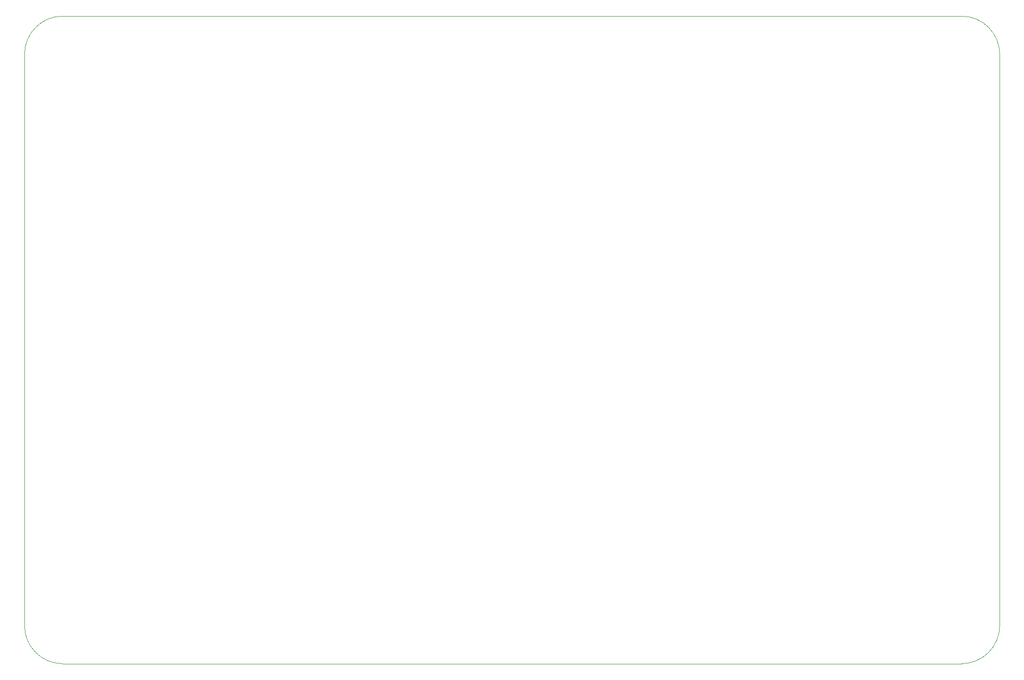
<source format=gbr>
%TF.GenerationSoftware,KiCad,Pcbnew,(5.1.6)-1*%
%TF.CreationDate,2021-04-08T18:08:25+09:00*%
%TF.ProjectId,FIG_DP_vFin,4649475f-4450-45f7-9646-696e2e6b6963,rev?*%
%TF.SameCoordinates,Original*%
%TF.FileFunction,Profile,NP*%
%FSLAX46Y46*%
G04 Gerber Fmt 4.6, Leading zero omitted, Abs format (unit mm)*
G04 Created by KiCad (PCBNEW (5.1.6)-1) date 2021-04-08 18:08:25*
%MOMM*%
%LPD*%
G01*
G04 APERTURE LIST*
%TA.AperFunction,Profile*%
%ADD10C,0.050000*%
%TD*%
G04 APERTURE END LIST*
D10*
X195000000Y-23000000D02*
X40000000Y-23000000D01*
X33000000Y-30000000D02*
X33000000Y-135000000D01*
X33000000Y-30000000D02*
G75*
G02*
X40000000Y-23000000I7000000J0D01*
G01*
X40000000Y-142000000D02*
G75*
G02*
X33000000Y-135000000I0J7000000D01*
G01*
X205000000Y-142000000D02*
X195000000Y-142000000D01*
X212000000Y-135000000D02*
X212000000Y-133000000D01*
X212000000Y-135000000D02*
G75*
G02*
X205000000Y-142000000I-7000000J0D01*
G01*
X212000000Y-30000000D02*
X212000000Y-133000000D01*
X205000000Y-23000000D02*
G75*
G02*
X212000000Y-30000000I0J-7000000D01*
G01*
X195000000Y-23000000D02*
X205000000Y-23000000D01*
X195000000Y-142000000D02*
X40000000Y-142000000D01*
M02*

</source>
